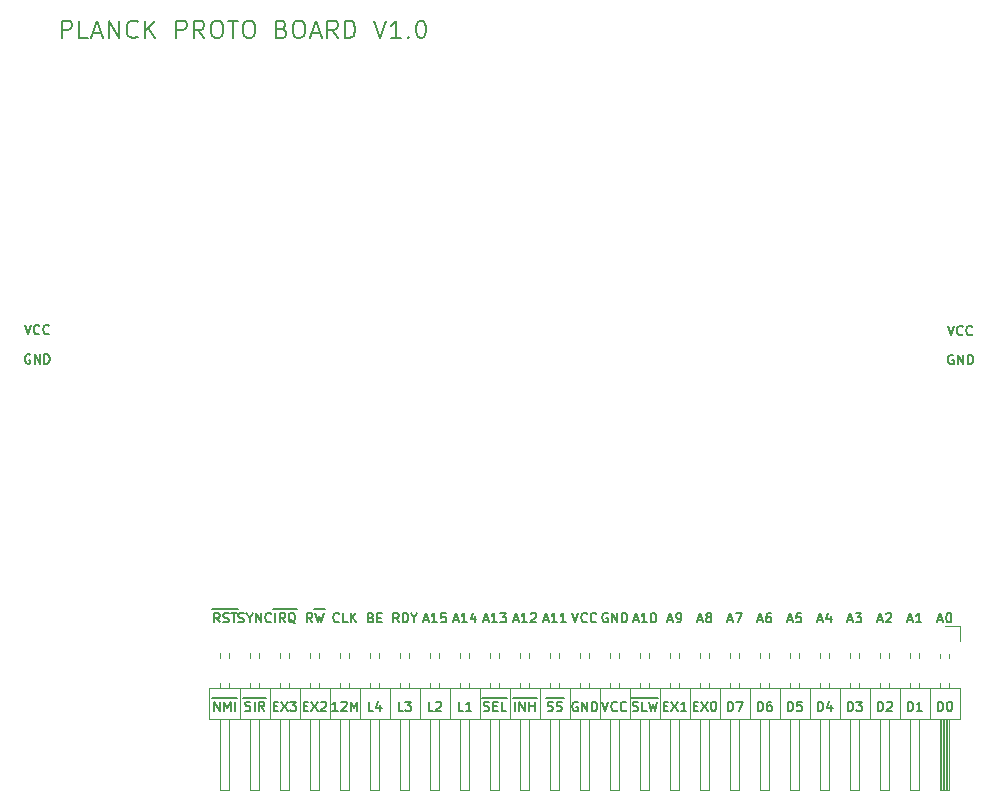
<source format=gbr>
%TF.GenerationSoftware,KiCad,Pcbnew,(5.1.6-0-10_14)*%
%TF.CreationDate,2021-01-15T21:24:44+01:00*%
%TF.ProjectId,planck_board,706c616e-636b-45f6-926f-6172642e6b69,rev?*%
%TF.SameCoordinates,Original*%
%TF.FileFunction,Legend,Top*%
%TF.FilePolarity,Positive*%
%FSLAX46Y46*%
G04 Gerber Fmt 4.6, Leading zero omitted, Abs format (unit mm)*
G04 Created by KiCad (PCBNEW (5.1.6-0-10_14)) date 2021-01-15 21:24:44*
%MOMM*%
%LPD*%
G01*
G04 APERTURE LIST*
%ADD10C,0.150000*%
%ADD11C,0.200000*%
%ADD12C,0.120000*%
G04 APERTURE END LIST*
D10*
X787476Y30816500D02*
X711285Y30854595D01*
X597000Y30854595D01*
X482714Y30816500D01*
X406523Y30740309D01*
X368428Y30664119D01*
X330333Y30511738D01*
X330333Y30397452D01*
X368428Y30245071D01*
X406523Y30168880D01*
X482714Y30092690D01*
X597000Y30054595D01*
X673190Y30054595D01*
X787476Y30092690D01*
X825571Y30130785D01*
X825571Y30397452D01*
X673190Y30397452D01*
X1168428Y30054595D02*
X1168428Y30854595D01*
X1625571Y30054595D01*
X1625571Y30854595D01*
X2006523Y30054595D02*
X2006523Y30854595D01*
X2197000Y30854595D01*
X2311285Y30816500D01*
X2387476Y30740309D01*
X2425571Y30664119D01*
X2463666Y30511738D01*
X2463666Y30397452D01*
X2425571Y30245071D01*
X2387476Y30168880D01*
X2311285Y30092690D01*
X2197000Y30054595D01*
X2006523Y30054595D01*
X330333Y33331095D02*
X596999Y32531095D01*
X863666Y33331095D01*
X1587476Y32607285D02*
X1549380Y32569190D01*
X1435095Y32531095D01*
X1358904Y32531095D01*
X1244619Y32569190D01*
X1168428Y32645380D01*
X1130333Y32721571D01*
X1092238Y32873952D01*
X1092238Y32988238D01*
X1130333Y33140619D01*
X1168428Y33216809D01*
X1244619Y33293000D01*
X1358904Y33331095D01*
X1435095Y33331095D01*
X1549380Y33293000D01*
X1587476Y33254904D01*
X2387476Y32607285D02*
X2349380Y32569190D01*
X2235095Y32531095D01*
X2158904Y32531095D01*
X2044619Y32569190D01*
X1968428Y32645380D01*
X1930333Y32721571D01*
X1892238Y32873952D01*
X1892238Y32988238D01*
X1930333Y33140619D01*
X1968428Y33216809D01*
X2044619Y33293000D01*
X2158904Y33331095D01*
X2235095Y33331095D01*
X2349380Y33293000D01*
X2387476Y33254904D01*
X78498833Y33267595D02*
X78765500Y32467595D01*
X79032166Y33267595D01*
X79755976Y32543785D02*
X79717880Y32505690D01*
X79603595Y32467595D01*
X79527404Y32467595D01*
X79413119Y32505690D01*
X79336928Y32581880D01*
X79298833Y32658071D01*
X79260738Y32810452D01*
X79260738Y32924738D01*
X79298833Y33077119D01*
X79336928Y33153309D01*
X79413119Y33229500D01*
X79527404Y33267595D01*
X79603595Y33267595D01*
X79717880Y33229500D01*
X79755976Y33191404D01*
X80555976Y32543785D02*
X80517880Y32505690D01*
X80403595Y32467595D01*
X80327404Y32467595D01*
X80213119Y32505690D01*
X80136928Y32581880D01*
X80098833Y32658071D01*
X80060738Y32810452D01*
X80060738Y32924738D01*
X80098833Y33077119D01*
X80136928Y33153309D01*
X80213119Y33229500D01*
X80327404Y33267595D01*
X80403595Y33267595D01*
X80517880Y33229500D01*
X80555976Y33191404D01*
X78955976Y30753000D02*
X78879785Y30791095D01*
X78765500Y30791095D01*
X78651214Y30753000D01*
X78575023Y30676809D01*
X78536928Y30600619D01*
X78498833Y30448238D01*
X78498833Y30333952D01*
X78536928Y30181571D01*
X78575023Y30105380D01*
X78651214Y30029190D01*
X78765500Y29991095D01*
X78841690Y29991095D01*
X78955976Y30029190D01*
X78994071Y30067285D01*
X78994071Y30333952D01*
X78841690Y30333952D01*
X79336928Y29991095D02*
X79336928Y30791095D01*
X79794071Y29991095D01*
X79794071Y30791095D01*
X80175023Y29991095D02*
X80175023Y30791095D01*
X80365500Y30791095D01*
X80479785Y30753000D01*
X80555976Y30676809D01*
X80594071Y30600619D01*
X80632166Y30448238D01*
X80632166Y30333952D01*
X80594071Y30181571D01*
X80555976Y30105380D01*
X80479785Y30029190D01*
X80365500Y29991095D01*
X80175023Y29991095D01*
X77660571Y8375666D02*
X78041523Y8375666D01*
X77584380Y8147095D02*
X77851047Y8947095D01*
X78117714Y8147095D01*
X78536761Y8947095D02*
X78612952Y8947095D01*
X78689142Y8909000D01*
X78727238Y8870904D01*
X78765333Y8794714D01*
X78803428Y8642333D01*
X78803428Y8451857D01*
X78765333Y8299476D01*
X78727238Y8223285D01*
X78689142Y8185190D01*
X78612952Y8147095D01*
X78536761Y8147095D01*
X78460571Y8185190D01*
X78422476Y8223285D01*
X78384380Y8299476D01*
X78346285Y8451857D01*
X78346285Y8642333D01*
X78384380Y8794714D01*
X78422476Y8870904D01*
X78460571Y8909000D01*
X78536761Y8947095D01*
X75120571Y8375666D02*
X75501523Y8375666D01*
X75044380Y8147095D02*
X75311047Y8947095D01*
X75577714Y8147095D01*
X76263428Y8147095D02*
X75806285Y8147095D01*
X76034857Y8147095D02*
X76034857Y8947095D01*
X75958666Y8832809D01*
X75882476Y8756619D01*
X75806285Y8718523D01*
X72580571Y8375666D02*
X72961523Y8375666D01*
X72504380Y8147095D02*
X72771047Y8947095D01*
X73037714Y8147095D01*
X73266285Y8870904D02*
X73304380Y8909000D01*
X73380571Y8947095D01*
X73571047Y8947095D01*
X73647238Y8909000D01*
X73685333Y8870904D01*
X73723428Y8794714D01*
X73723428Y8718523D01*
X73685333Y8604238D01*
X73228190Y8147095D01*
X73723428Y8147095D01*
X70040571Y8375666D02*
X70421523Y8375666D01*
X69964380Y8147095D02*
X70231047Y8947095D01*
X70497714Y8147095D01*
X70688190Y8947095D02*
X71183428Y8947095D01*
X70916761Y8642333D01*
X71031047Y8642333D01*
X71107238Y8604238D01*
X71145333Y8566142D01*
X71183428Y8489952D01*
X71183428Y8299476D01*
X71145333Y8223285D01*
X71107238Y8185190D01*
X71031047Y8147095D01*
X70802476Y8147095D01*
X70726285Y8185190D01*
X70688190Y8223285D01*
X67500571Y8375666D02*
X67881523Y8375666D01*
X67424380Y8147095D02*
X67691047Y8947095D01*
X67957714Y8147095D01*
X68567238Y8680428D02*
X68567238Y8147095D01*
X68376761Y8985190D02*
X68186285Y8413761D01*
X68681523Y8413761D01*
X64960571Y8375666D02*
X65341523Y8375666D01*
X64884380Y8147095D02*
X65151047Y8947095D01*
X65417714Y8147095D01*
X66065333Y8947095D02*
X65684380Y8947095D01*
X65646285Y8566142D01*
X65684380Y8604238D01*
X65760571Y8642333D01*
X65951047Y8642333D01*
X66027238Y8604238D01*
X66065333Y8566142D01*
X66103428Y8489952D01*
X66103428Y8299476D01*
X66065333Y8223285D01*
X66027238Y8185190D01*
X65951047Y8147095D01*
X65760571Y8147095D01*
X65684380Y8185190D01*
X65646285Y8223285D01*
X62420571Y8375666D02*
X62801523Y8375666D01*
X62344380Y8147095D02*
X62611047Y8947095D01*
X62877714Y8147095D01*
X63487238Y8947095D02*
X63334857Y8947095D01*
X63258666Y8909000D01*
X63220571Y8870904D01*
X63144380Y8756619D01*
X63106285Y8604238D01*
X63106285Y8299476D01*
X63144380Y8223285D01*
X63182476Y8185190D01*
X63258666Y8147095D01*
X63411047Y8147095D01*
X63487238Y8185190D01*
X63525333Y8223285D01*
X63563428Y8299476D01*
X63563428Y8489952D01*
X63525333Y8566142D01*
X63487238Y8604238D01*
X63411047Y8642333D01*
X63258666Y8642333D01*
X63182476Y8604238D01*
X63144380Y8566142D01*
X63106285Y8489952D01*
X59880571Y8375666D02*
X60261523Y8375666D01*
X59804380Y8147095D02*
X60071047Y8947095D01*
X60337714Y8147095D01*
X60528190Y8947095D02*
X61061523Y8947095D01*
X60718666Y8147095D01*
X57340571Y8375666D02*
X57721523Y8375666D01*
X57264380Y8147095D02*
X57531047Y8947095D01*
X57797714Y8147095D01*
X58178666Y8604238D02*
X58102476Y8642333D01*
X58064380Y8680428D01*
X58026285Y8756619D01*
X58026285Y8794714D01*
X58064380Y8870904D01*
X58102476Y8909000D01*
X58178666Y8947095D01*
X58331047Y8947095D01*
X58407238Y8909000D01*
X58445333Y8870904D01*
X58483428Y8794714D01*
X58483428Y8756619D01*
X58445333Y8680428D01*
X58407238Y8642333D01*
X58331047Y8604238D01*
X58178666Y8604238D01*
X58102476Y8566142D01*
X58064380Y8528047D01*
X58026285Y8451857D01*
X58026285Y8299476D01*
X58064380Y8223285D01*
X58102476Y8185190D01*
X58178666Y8147095D01*
X58331047Y8147095D01*
X58407238Y8185190D01*
X58445333Y8223285D01*
X58483428Y8299476D01*
X58483428Y8451857D01*
X58445333Y8528047D01*
X58407238Y8566142D01*
X58331047Y8604238D01*
X54800571Y8375666D02*
X55181523Y8375666D01*
X54724380Y8147095D02*
X54991047Y8947095D01*
X55257714Y8147095D01*
X55562476Y8147095D02*
X55714857Y8147095D01*
X55791047Y8185190D01*
X55829142Y8223285D01*
X55905333Y8337571D01*
X55943428Y8489952D01*
X55943428Y8794714D01*
X55905333Y8870904D01*
X55867238Y8909000D01*
X55791047Y8947095D01*
X55638666Y8947095D01*
X55562476Y8909000D01*
X55524380Y8870904D01*
X55486285Y8794714D01*
X55486285Y8604238D01*
X55524380Y8528047D01*
X55562476Y8489952D01*
X55638666Y8451857D01*
X55791047Y8451857D01*
X55867238Y8489952D01*
X55905333Y8528047D01*
X55943428Y8604238D01*
X51879619Y8375666D02*
X52260571Y8375666D01*
X51803428Y8147095D02*
X52070095Y8947095D01*
X52336761Y8147095D01*
X53022476Y8147095D02*
X52565333Y8147095D01*
X52793904Y8147095D02*
X52793904Y8947095D01*
X52717714Y8832809D01*
X52641523Y8756619D01*
X52565333Y8718523D01*
X53517714Y8947095D02*
X53593904Y8947095D01*
X53670095Y8909000D01*
X53708190Y8870904D01*
X53746285Y8794714D01*
X53784380Y8642333D01*
X53784380Y8451857D01*
X53746285Y8299476D01*
X53708190Y8223285D01*
X53670095Y8185190D01*
X53593904Y8147095D01*
X53517714Y8147095D01*
X53441523Y8185190D01*
X53403428Y8223285D01*
X53365333Y8299476D01*
X53327238Y8451857D01*
X53327238Y8642333D01*
X53365333Y8794714D01*
X53403428Y8870904D01*
X53441523Y8909000D01*
X53517714Y8947095D01*
X49682476Y8909000D02*
X49606285Y8947095D01*
X49492000Y8947095D01*
X49377714Y8909000D01*
X49301523Y8832809D01*
X49263428Y8756619D01*
X49225333Y8604238D01*
X49225333Y8489952D01*
X49263428Y8337571D01*
X49301523Y8261380D01*
X49377714Y8185190D01*
X49492000Y8147095D01*
X49568190Y8147095D01*
X49682476Y8185190D01*
X49720571Y8223285D01*
X49720571Y8489952D01*
X49568190Y8489952D01*
X50063428Y8147095D02*
X50063428Y8947095D01*
X50520571Y8147095D01*
X50520571Y8947095D01*
X50901523Y8147095D02*
X50901523Y8947095D01*
X51092000Y8947095D01*
X51206285Y8909000D01*
X51282476Y8832809D01*
X51320571Y8756619D01*
X51358666Y8604238D01*
X51358666Y8489952D01*
X51320571Y8337571D01*
X51282476Y8261380D01*
X51206285Y8185190D01*
X51092000Y8147095D01*
X50901523Y8147095D01*
X46685333Y8947095D02*
X46952000Y8147095D01*
X47218666Y8947095D01*
X47942476Y8223285D02*
X47904380Y8185190D01*
X47790095Y8147095D01*
X47713904Y8147095D01*
X47599619Y8185190D01*
X47523428Y8261380D01*
X47485333Y8337571D01*
X47447238Y8489952D01*
X47447238Y8604238D01*
X47485333Y8756619D01*
X47523428Y8832809D01*
X47599619Y8909000D01*
X47713904Y8947095D01*
X47790095Y8947095D01*
X47904380Y8909000D01*
X47942476Y8870904D01*
X48742476Y8223285D02*
X48704380Y8185190D01*
X48590095Y8147095D01*
X48513904Y8147095D01*
X48399619Y8185190D01*
X48323428Y8261380D01*
X48285333Y8337571D01*
X48247238Y8489952D01*
X48247238Y8604238D01*
X48285333Y8756619D01*
X48323428Y8832809D01*
X48399619Y8909000D01*
X48513904Y8947095D01*
X48590095Y8947095D01*
X48704380Y8909000D01*
X48742476Y8870904D01*
X44259619Y8375666D02*
X44640571Y8375666D01*
X44183428Y8147095D02*
X44450095Y8947095D01*
X44716761Y8147095D01*
X45402476Y8147095D02*
X44945333Y8147095D01*
X45173904Y8147095D02*
X45173904Y8947095D01*
X45097714Y8832809D01*
X45021523Y8756619D01*
X44945333Y8718523D01*
X46164380Y8147095D02*
X45707238Y8147095D01*
X45935809Y8147095D02*
X45935809Y8947095D01*
X45859619Y8832809D01*
X45783428Y8756619D01*
X45707238Y8718523D01*
X41719619Y8375666D02*
X42100571Y8375666D01*
X41643428Y8147095D02*
X41910095Y8947095D01*
X42176761Y8147095D01*
X42862476Y8147095D02*
X42405333Y8147095D01*
X42633904Y8147095D02*
X42633904Y8947095D01*
X42557714Y8832809D01*
X42481523Y8756619D01*
X42405333Y8718523D01*
X43167238Y8870904D02*
X43205333Y8909000D01*
X43281523Y8947095D01*
X43472000Y8947095D01*
X43548190Y8909000D01*
X43586285Y8870904D01*
X43624380Y8794714D01*
X43624380Y8718523D01*
X43586285Y8604238D01*
X43129142Y8147095D01*
X43624380Y8147095D01*
X39179619Y8375666D02*
X39560571Y8375666D01*
X39103428Y8147095D02*
X39370095Y8947095D01*
X39636761Y8147095D01*
X40322476Y8147095D02*
X39865333Y8147095D01*
X40093904Y8147095D02*
X40093904Y8947095D01*
X40017714Y8832809D01*
X39941523Y8756619D01*
X39865333Y8718523D01*
X40589142Y8947095D02*
X41084380Y8947095D01*
X40817714Y8642333D01*
X40932000Y8642333D01*
X41008190Y8604238D01*
X41046285Y8566142D01*
X41084380Y8489952D01*
X41084380Y8299476D01*
X41046285Y8223285D01*
X41008190Y8185190D01*
X40932000Y8147095D01*
X40703428Y8147095D01*
X40627238Y8185190D01*
X40589142Y8223285D01*
X36639619Y8375666D02*
X37020571Y8375666D01*
X36563428Y8147095D02*
X36830095Y8947095D01*
X37096761Y8147095D01*
X37782476Y8147095D02*
X37325333Y8147095D01*
X37553904Y8147095D02*
X37553904Y8947095D01*
X37477714Y8832809D01*
X37401523Y8756619D01*
X37325333Y8718523D01*
X38468190Y8680428D02*
X38468190Y8147095D01*
X38277714Y8985190D02*
X38087238Y8413761D01*
X38582476Y8413761D01*
X34099619Y8375666D02*
X34480571Y8375666D01*
X34023428Y8147095D02*
X34290095Y8947095D01*
X34556761Y8147095D01*
X35242476Y8147095D02*
X34785333Y8147095D01*
X35013904Y8147095D02*
X35013904Y8947095D01*
X34937714Y8832809D01*
X34861523Y8756619D01*
X34785333Y8718523D01*
X35966285Y8947095D02*
X35585333Y8947095D01*
X35547238Y8566142D01*
X35585333Y8604238D01*
X35661523Y8642333D01*
X35852000Y8642333D01*
X35928190Y8604238D01*
X35966285Y8566142D01*
X36004380Y8489952D01*
X36004380Y8299476D01*
X35966285Y8223285D01*
X35928190Y8185190D01*
X35852000Y8147095D01*
X35661523Y8147095D01*
X35585333Y8185190D01*
X35547238Y8223285D01*
X32016761Y8147095D02*
X31750095Y8528047D01*
X31559619Y8147095D02*
X31559619Y8947095D01*
X31864380Y8947095D01*
X31940571Y8909000D01*
X31978666Y8870904D01*
X32016761Y8794714D01*
X32016761Y8680428D01*
X31978666Y8604238D01*
X31940571Y8566142D01*
X31864380Y8528047D01*
X31559619Y8528047D01*
X32359619Y8147095D02*
X32359619Y8947095D01*
X32550095Y8947095D01*
X32664380Y8909000D01*
X32740571Y8832809D01*
X32778666Y8756619D01*
X32816761Y8604238D01*
X32816761Y8489952D01*
X32778666Y8337571D01*
X32740571Y8261380D01*
X32664380Y8185190D01*
X32550095Y8147095D01*
X32359619Y8147095D01*
X33312000Y8528047D02*
X33312000Y8147095D01*
X33045333Y8947095D02*
X33312000Y8528047D01*
X33578666Y8947095D01*
X29667238Y8566142D02*
X29781523Y8528047D01*
X29819619Y8489952D01*
X29857714Y8413761D01*
X29857714Y8299476D01*
X29819619Y8223285D01*
X29781523Y8185190D01*
X29705333Y8147095D01*
X29400571Y8147095D01*
X29400571Y8947095D01*
X29667238Y8947095D01*
X29743428Y8909000D01*
X29781523Y8870904D01*
X29819619Y8794714D01*
X29819619Y8718523D01*
X29781523Y8642333D01*
X29743428Y8604238D01*
X29667238Y8566142D01*
X29400571Y8566142D01*
X30200571Y8566142D02*
X30467238Y8566142D01*
X30581523Y8147095D02*
X30200571Y8147095D01*
X30200571Y8947095D01*
X30581523Y8947095D01*
X26955809Y8223285D02*
X26917714Y8185190D01*
X26803428Y8147095D01*
X26727238Y8147095D01*
X26612952Y8185190D01*
X26536761Y8261380D01*
X26498666Y8337571D01*
X26460571Y8489952D01*
X26460571Y8604238D01*
X26498666Y8756619D01*
X26536761Y8832809D01*
X26612952Y8909000D01*
X26727238Y8947095D01*
X26803428Y8947095D01*
X26917714Y8909000D01*
X26955809Y8870904D01*
X27679619Y8147095D02*
X27298666Y8147095D01*
X27298666Y8947095D01*
X27946285Y8147095D02*
X27946285Y8947095D01*
X28403428Y8147095D02*
X28060571Y8604238D01*
X28403428Y8947095D02*
X27946285Y8489952D01*
X24682476Y8147095D02*
X24415809Y8528047D01*
X24225333Y8147095D02*
X24225333Y8947095D01*
X24530095Y8947095D01*
X24606285Y8909000D01*
X24644380Y8870904D01*
X24682476Y8794714D01*
X24682476Y8680428D01*
X24644380Y8604238D01*
X24606285Y8566142D01*
X24530095Y8528047D01*
X24225333Y8528047D01*
X24834857Y9280000D02*
X25749142Y9280000D01*
X24949142Y8947095D02*
X25139619Y8147095D01*
X25292000Y8718523D01*
X25444380Y8147095D01*
X25634857Y8947095D01*
X21342476Y9280000D02*
X21723428Y9280000D01*
X21532952Y8147095D02*
X21532952Y8947095D01*
X21723428Y9280000D02*
X22523428Y9280000D01*
X22371047Y8147095D02*
X22104380Y8528047D01*
X21913904Y8147095D02*
X21913904Y8947095D01*
X22218666Y8947095D01*
X22294857Y8909000D01*
X22332952Y8870904D01*
X22371047Y8794714D01*
X22371047Y8680428D01*
X22332952Y8604238D01*
X22294857Y8566142D01*
X22218666Y8528047D01*
X21913904Y8528047D01*
X22523428Y9280000D02*
X23361523Y9280000D01*
X23247238Y8070904D02*
X23171047Y8109000D01*
X23094857Y8185190D01*
X22980571Y8299476D01*
X22904380Y8337571D01*
X22828190Y8337571D01*
X22866285Y8147095D02*
X22790095Y8185190D01*
X22713904Y8261380D01*
X22675809Y8413761D01*
X22675809Y8680428D01*
X22713904Y8832809D01*
X22790095Y8909000D01*
X22866285Y8947095D01*
X23018666Y8947095D01*
X23094857Y8909000D01*
X23171047Y8832809D01*
X23209142Y8680428D01*
X23209142Y8413761D01*
X23171047Y8261380D01*
X23094857Y8185190D01*
X23018666Y8147095D01*
X22866285Y8147095D01*
X18421523Y8185190D02*
X18535809Y8147095D01*
X18726285Y8147095D01*
X18802476Y8185190D01*
X18840571Y8223285D01*
X18878666Y8299476D01*
X18878666Y8375666D01*
X18840571Y8451857D01*
X18802476Y8489952D01*
X18726285Y8528047D01*
X18573904Y8566142D01*
X18497714Y8604238D01*
X18459619Y8642333D01*
X18421523Y8718523D01*
X18421523Y8794714D01*
X18459619Y8870904D01*
X18497714Y8909000D01*
X18573904Y8947095D01*
X18764380Y8947095D01*
X18878666Y8909000D01*
X19373904Y8528047D02*
X19373904Y8147095D01*
X19107238Y8947095D02*
X19373904Y8528047D01*
X19640571Y8947095D01*
X19907238Y8147095D02*
X19907238Y8947095D01*
X20364380Y8147095D01*
X20364380Y8947095D01*
X21202476Y8223285D02*
X21164380Y8185190D01*
X21050095Y8147095D01*
X20973904Y8147095D01*
X20859619Y8185190D01*
X20783428Y8261380D01*
X20745333Y8337571D01*
X20707238Y8489952D01*
X20707238Y8604238D01*
X20745333Y8756619D01*
X20783428Y8832809D01*
X20859619Y8909000D01*
X20973904Y8947095D01*
X21050095Y8947095D01*
X21164380Y8909000D01*
X21202476Y8870904D01*
X16186285Y9280000D02*
X16986285Y9280000D01*
X16833904Y8147095D02*
X16567238Y8528047D01*
X16376761Y8147095D02*
X16376761Y8947095D01*
X16681523Y8947095D01*
X16757714Y8909000D01*
X16795809Y8870904D01*
X16833904Y8794714D01*
X16833904Y8680428D01*
X16795809Y8604238D01*
X16757714Y8566142D01*
X16681523Y8528047D01*
X16376761Y8528047D01*
X16986285Y9280000D02*
X17748190Y9280000D01*
X17138666Y8185190D02*
X17252952Y8147095D01*
X17443428Y8147095D01*
X17519619Y8185190D01*
X17557714Y8223285D01*
X17595809Y8299476D01*
X17595809Y8375666D01*
X17557714Y8451857D01*
X17519619Y8489952D01*
X17443428Y8528047D01*
X17291047Y8566142D01*
X17214857Y8604238D01*
X17176761Y8642333D01*
X17138666Y8718523D01*
X17138666Y8794714D01*
X17176761Y8870904D01*
X17214857Y8909000D01*
X17291047Y8947095D01*
X17481523Y8947095D01*
X17595809Y8909000D01*
X17748190Y9280000D02*
X18357714Y9280000D01*
X17824380Y8947095D02*
X18281523Y8947095D01*
X18052952Y8147095D02*
X18052952Y8947095D01*
X77641523Y654095D02*
X77641523Y1454095D01*
X77832000Y1454095D01*
X77946285Y1416000D01*
X78022476Y1339809D01*
X78060571Y1263619D01*
X78098666Y1111238D01*
X78098666Y996952D01*
X78060571Y844571D01*
X78022476Y768380D01*
X77946285Y692190D01*
X77832000Y654095D01*
X77641523Y654095D01*
X78593904Y1454095D02*
X78670095Y1454095D01*
X78746285Y1416000D01*
X78784380Y1377904D01*
X78822476Y1301714D01*
X78860571Y1149333D01*
X78860571Y958857D01*
X78822476Y806476D01*
X78784380Y730285D01*
X78746285Y692190D01*
X78670095Y654095D01*
X78593904Y654095D01*
X78517714Y692190D01*
X78479619Y730285D01*
X78441523Y806476D01*
X78403428Y958857D01*
X78403428Y1149333D01*
X78441523Y1301714D01*
X78479619Y1377904D01*
X78517714Y1416000D01*
X78593904Y1454095D01*
X75101523Y654095D02*
X75101523Y1454095D01*
X75292000Y1454095D01*
X75406285Y1416000D01*
X75482476Y1339809D01*
X75520571Y1263619D01*
X75558666Y1111238D01*
X75558666Y996952D01*
X75520571Y844571D01*
X75482476Y768380D01*
X75406285Y692190D01*
X75292000Y654095D01*
X75101523Y654095D01*
X76320571Y654095D02*
X75863428Y654095D01*
X76092000Y654095D02*
X76092000Y1454095D01*
X76015809Y1339809D01*
X75939619Y1263619D01*
X75863428Y1225523D01*
X72561523Y654095D02*
X72561523Y1454095D01*
X72752000Y1454095D01*
X72866285Y1416000D01*
X72942476Y1339809D01*
X72980571Y1263619D01*
X73018666Y1111238D01*
X73018666Y996952D01*
X72980571Y844571D01*
X72942476Y768380D01*
X72866285Y692190D01*
X72752000Y654095D01*
X72561523Y654095D01*
X73323428Y1377904D02*
X73361523Y1416000D01*
X73437714Y1454095D01*
X73628190Y1454095D01*
X73704380Y1416000D01*
X73742476Y1377904D01*
X73780571Y1301714D01*
X73780571Y1225523D01*
X73742476Y1111238D01*
X73285333Y654095D01*
X73780571Y654095D01*
X70021523Y654095D02*
X70021523Y1454095D01*
X70212000Y1454095D01*
X70326285Y1416000D01*
X70402476Y1339809D01*
X70440571Y1263619D01*
X70478666Y1111238D01*
X70478666Y996952D01*
X70440571Y844571D01*
X70402476Y768380D01*
X70326285Y692190D01*
X70212000Y654095D01*
X70021523Y654095D01*
X70745333Y1454095D02*
X71240571Y1454095D01*
X70973904Y1149333D01*
X71088190Y1149333D01*
X71164380Y1111238D01*
X71202476Y1073142D01*
X71240571Y996952D01*
X71240571Y806476D01*
X71202476Y730285D01*
X71164380Y692190D01*
X71088190Y654095D01*
X70859619Y654095D01*
X70783428Y692190D01*
X70745333Y730285D01*
X67481523Y654095D02*
X67481523Y1454095D01*
X67672000Y1454095D01*
X67786285Y1416000D01*
X67862476Y1339809D01*
X67900571Y1263619D01*
X67938666Y1111238D01*
X67938666Y996952D01*
X67900571Y844571D01*
X67862476Y768380D01*
X67786285Y692190D01*
X67672000Y654095D01*
X67481523Y654095D01*
X68624380Y1187428D02*
X68624380Y654095D01*
X68433904Y1492190D02*
X68243428Y920761D01*
X68738666Y920761D01*
X64941523Y654095D02*
X64941523Y1454095D01*
X65132000Y1454095D01*
X65246285Y1416000D01*
X65322476Y1339809D01*
X65360571Y1263619D01*
X65398666Y1111238D01*
X65398666Y996952D01*
X65360571Y844571D01*
X65322476Y768380D01*
X65246285Y692190D01*
X65132000Y654095D01*
X64941523Y654095D01*
X66122476Y1454095D02*
X65741523Y1454095D01*
X65703428Y1073142D01*
X65741523Y1111238D01*
X65817714Y1149333D01*
X66008190Y1149333D01*
X66084380Y1111238D01*
X66122476Y1073142D01*
X66160571Y996952D01*
X66160571Y806476D01*
X66122476Y730285D01*
X66084380Y692190D01*
X66008190Y654095D01*
X65817714Y654095D01*
X65741523Y692190D01*
X65703428Y730285D01*
X62401523Y654095D02*
X62401523Y1454095D01*
X62592000Y1454095D01*
X62706285Y1416000D01*
X62782476Y1339809D01*
X62820571Y1263619D01*
X62858666Y1111238D01*
X62858666Y996952D01*
X62820571Y844571D01*
X62782476Y768380D01*
X62706285Y692190D01*
X62592000Y654095D01*
X62401523Y654095D01*
X63544380Y1454095D02*
X63392000Y1454095D01*
X63315809Y1416000D01*
X63277714Y1377904D01*
X63201523Y1263619D01*
X63163428Y1111238D01*
X63163428Y806476D01*
X63201523Y730285D01*
X63239619Y692190D01*
X63315809Y654095D01*
X63468190Y654095D01*
X63544380Y692190D01*
X63582476Y730285D01*
X63620571Y806476D01*
X63620571Y996952D01*
X63582476Y1073142D01*
X63544380Y1111238D01*
X63468190Y1149333D01*
X63315809Y1149333D01*
X63239619Y1111238D01*
X63201523Y1073142D01*
X63163428Y996952D01*
X59861523Y654095D02*
X59861523Y1454095D01*
X60052000Y1454095D01*
X60166285Y1416000D01*
X60242476Y1339809D01*
X60280571Y1263619D01*
X60318666Y1111238D01*
X60318666Y996952D01*
X60280571Y844571D01*
X60242476Y768380D01*
X60166285Y692190D01*
X60052000Y654095D01*
X59861523Y654095D01*
X60585333Y1454095D02*
X61118666Y1454095D01*
X60775809Y654095D01*
X56978666Y1073142D02*
X57245333Y1073142D01*
X57359619Y654095D02*
X56978666Y654095D01*
X56978666Y1454095D01*
X57359619Y1454095D01*
X57626285Y1454095D02*
X58159619Y654095D01*
X58159619Y1454095D02*
X57626285Y654095D01*
X58616761Y1454095D02*
X58692952Y1454095D01*
X58769142Y1416000D01*
X58807238Y1377904D01*
X58845333Y1301714D01*
X58883428Y1149333D01*
X58883428Y958857D01*
X58845333Y806476D01*
X58807238Y730285D01*
X58769142Y692190D01*
X58692952Y654095D01*
X58616761Y654095D01*
X58540571Y692190D01*
X58502476Y730285D01*
X58464380Y806476D01*
X58426285Y958857D01*
X58426285Y1149333D01*
X58464380Y1301714D01*
X58502476Y1377904D01*
X58540571Y1416000D01*
X58616761Y1454095D01*
X54438666Y1073142D02*
X54705333Y1073142D01*
X54819619Y654095D02*
X54438666Y654095D01*
X54438666Y1454095D01*
X54819619Y1454095D01*
X55086285Y1454095D02*
X55619619Y654095D01*
X55619619Y1454095D02*
X55086285Y654095D01*
X56343428Y654095D02*
X55886285Y654095D01*
X56114857Y654095D02*
X56114857Y1454095D01*
X56038666Y1339809D01*
X55962476Y1263619D01*
X55886285Y1225523D01*
X51670095Y1787000D02*
X52432000Y1787000D01*
X51822476Y692190D02*
X51936761Y654095D01*
X52127238Y654095D01*
X52203428Y692190D01*
X52241523Y730285D01*
X52279619Y806476D01*
X52279619Y882666D01*
X52241523Y958857D01*
X52203428Y996952D01*
X52127238Y1035047D01*
X51974857Y1073142D01*
X51898666Y1111238D01*
X51860571Y1149333D01*
X51822476Y1225523D01*
X51822476Y1301714D01*
X51860571Y1377904D01*
X51898666Y1416000D01*
X51974857Y1454095D01*
X52165333Y1454095D01*
X52279619Y1416000D01*
X52432000Y1787000D02*
X53079619Y1787000D01*
X53003428Y654095D02*
X52622476Y654095D01*
X52622476Y1454095D01*
X53079619Y1787000D02*
X53993904Y1787000D01*
X53193904Y1454095D02*
X53384380Y654095D01*
X53536761Y1225523D01*
X53689142Y654095D01*
X53879619Y1454095D01*
X49225333Y1454095D02*
X49492000Y654095D01*
X49758666Y1454095D01*
X50482476Y730285D02*
X50444380Y692190D01*
X50330095Y654095D01*
X50253904Y654095D01*
X50139619Y692190D01*
X50063428Y768380D01*
X50025333Y844571D01*
X49987238Y996952D01*
X49987238Y1111238D01*
X50025333Y1263619D01*
X50063428Y1339809D01*
X50139619Y1416000D01*
X50253904Y1454095D01*
X50330095Y1454095D01*
X50444380Y1416000D01*
X50482476Y1377904D01*
X51282476Y730285D02*
X51244380Y692190D01*
X51130095Y654095D01*
X51053904Y654095D01*
X50939619Y692190D01*
X50863428Y768380D01*
X50825333Y844571D01*
X50787238Y996952D01*
X50787238Y1111238D01*
X50825333Y1263619D01*
X50863428Y1339809D01*
X50939619Y1416000D01*
X51053904Y1454095D01*
X51130095Y1454095D01*
X51244380Y1416000D01*
X51282476Y1377904D01*
X47142476Y1416000D02*
X47066285Y1454095D01*
X46952000Y1454095D01*
X46837714Y1416000D01*
X46761523Y1339809D01*
X46723428Y1263619D01*
X46685333Y1111238D01*
X46685333Y996952D01*
X46723428Y844571D01*
X46761523Y768380D01*
X46837714Y692190D01*
X46952000Y654095D01*
X47028190Y654095D01*
X47142476Y692190D01*
X47180571Y730285D01*
X47180571Y996952D01*
X47028190Y996952D01*
X47523428Y654095D02*
X47523428Y1454095D01*
X47980571Y654095D01*
X47980571Y1454095D01*
X48361523Y654095D02*
X48361523Y1454095D01*
X48552000Y1454095D01*
X48666285Y1416000D01*
X48742476Y1339809D01*
X48780571Y1263619D01*
X48818666Y1111238D01*
X48818666Y996952D01*
X48780571Y844571D01*
X48742476Y768380D01*
X48666285Y692190D01*
X48552000Y654095D01*
X48361523Y654095D01*
X44450095Y1787000D02*
X45212000Y1787000D01*
X44602476Y692190D02*
X44716761Y654095D01*
X44907238Y654095D01*
X44983428Y692190D01*
X45021523Y730285D01*
X45059619Y806476D01*
X45059619Y882666D01*
X45021523Y958857D01*
X44983428Y996952D01*
X44907238Y1035047D01*
X44754857Y1073142D01*
X44678666Y1111238D01*
X44640571Y1149333D01*
X44602476Y1225523D01*
X44602476Y1301714D01*
X44640571Y1377904D01*
X44678666Y1416000D01*
X44754857Y1454095D01*
X44945333Y1454095D01*
X45059619Y1416000D01*
X45212000Y1787000D02*
X45973904Y1787000D01*
X45364380Y692190D02*
X45478666Y654095D01*
X45669142Y654095D01*
X45745333Y692190D01*
X45783428Y730285D01*
X45821523Y806476D01*
X45821523Y882666D01*
X45783428Y958857D01*
X45745333Y996952D01*
X45669142Y1035047D01*
X45516761Y1073142D01*
X45440571Y1111238D01*
X45402476Y1149333D01*
X45364380Y1225523D01*
X45364380Y1301714D01*
X45402476Y1377904D01*
X45440571Y1416000D01*
X45516761Y1454095D01*
X45707238Y1454095D01*
X45821523Y1416000D01*
X41643428Y1787000D02*
X42024380Y1787000D01*
X41833904Y654095D02*
X41833904Y1454095D01*
X42024380Y1787000D02*
X42862476Y1787000D01*
X42214857Y654095D02*
X42214857Y1454095D01*
X42672000Y654095D01*
X42672000Y1454095D01*
X42862476Y1787000D02*
X43700571Y1787000D01*
X43052952Y654095D02*
X43052952Y1454095D01*
X43052952Y1073142D02*
X43510095Y1073142D01*
X43510095Y654095D02*
X43510095Y1454095D01*
X39065333Y1787000D02*
X39827238Y1787000D01*
X39217714Y692190D02*
X39332000Y654095D01*
X39522476Y654095D01*
X39598666Y692190D01*
X39636761Y730285D01*
X39674857Y806476D01*
X39674857Y882666D01*
X39636761Y958857D01*
X39598666Y996952D01*
X39522476Y1035047D01*
X39370095Y1073142D01*
X39293904Y1111238D01*
X39255809Y1149333D01*
X39217714Y1225523D01*
X39217714Y1301714D01*
X39255809Y1377904D01*
X39293904Y1416000D01*
X39370095Y1454095D01*
X39560571Y1454095D01*
X39674857Y1416000D01*
X39827238Y1787000D02*
X40551047Y1787000D01*
X40017714Y1073142D02*
X40284380Y1073142D01*
X40398666Y654095D02*
X40017714Y654095D01*
X40017714Y1454095D01*
X40398666Y1454095D01*
X40551047Y1787000D02*
X41198666Y1787000D01*
X41122476Y654095D02*
X40741523Y654095D01*
X40741523Y1454095D01*
X37458666Y654095D02*
X37077714Y654095D01*
X37077714Y1454095D01*
X38144380Y654095D02*
X37687238Y654095D01*
X37915809Y654095D02*
X37915809Y1454095D01*
X37839619Y1339809D01*
X37763428Y1263619D01*
X37687238Y1225523D01*
X34918666Y654095D02*
X34537714Y654095D01*
X34537714Y1454095D01*
X35147238Y1377904D02*
X35185333Y1416000D01*
X35261523Y1454095D01*
X35452000Y1454095D01*
X35528190Y1416000D01*
X35566285Y1377904D01*
X35604380Y1301714D01*
X35604380Y1225523D01*
X35566285Y1111238D01*
X35109142Y654095D01*
X35604380Y654095D01*
X32378666Y654095D02*
X31997714Y654095D01*
X31997714Y1454095D01*
X32569142Y1454095D02*
X33064380Y1454095D01*
X32797714Y1149333D01*
X32912000Y1149333D01*
X32988190Y1111238D01*
X33026285Y1073142D01*
X33064380Y996952D01*
X33064380Y806476D01*
X33026285Y730285D01*
X32988190Y692190D01*
X32912000Y654095D01*
X32683428Y654095D01*
X32607238Y692190D01*
X32569142Y730285D01*
X29838666Y654095D02*
X29457714Y654095D01*
X29457714Y1454095D01*
X30448190Y1187428D02*
X30448190Y654095D01*
X30257714Y1492190D02*
X30067238Y920761D01*
X30562476Y920761D01*
X26822476Y654095D02*
X26365333Y654095D01*
X26593904Y654095D02*
X26593904Y1454095D01*
X26517714Y1339809D01*
X26441523Y1263619D01*
X26365333Y1225523D01*
X27127238Y1377904D02*
X27165333Y1416000D01*
X27241523Y1454095D01*
X27432000Y1454095D01*
X27508190Y1416000D01*
X27546285Y1377904D01*
X27584380Y1301714D01*
X27584380Y1225523D01*
X27546285Y1111238D01*
X27089142Y654095D01*
X27584380Y654095D01*
X27927238Y654095D02*
X27927238Y1454095D01*
X28193904Y882666D01*
X28460571Y1454095D01*
X28460571Y654095D01*
X23958666Y1073142D02*
X24225333Y1073142D01*
X24339619Y654095D02*
X23958666Y654095D01*
X23958666Y1454095D01*
X24339619Y1454095D01*
X24606285Y1454095D02*
X25139619Y654095D01*
X25139619Y1454095D02*
X24606285Y654095D01*
X25406285Y1377904D02*
X25444380Y1416000D01*
X25520571Y1454095D01*
X25711047Y1454095D01*
X25787238Y1416000D01*
X25825333Y1377904D01*
X25863428Y1301714D01*
X25863428Y1225523D01*
X25825333Y1111238D01*
X25368190Y654095D01*
X25863428Y654095D01*
X21418666Y1073142D02*
X21685333Y1073142D01*
X21799619Y654095D02*
X21418666Y654095D01*
X21418666Y1454095D01*
X21799619Y1454095D01*
X22066285Y1454095D02*
X22599619Y654095D01*
X22599619Y1454095D02*
X22066285Y654095D01*
X22828190Y1454095D02*
X23323428Y1454095D01*
X23056761Y1149333D01*
X23171047Y1149333D01*
X23247238Y1111238D01*
X23285333Y1073142D01*
X23323428Y996952D01*
X23323428Y806476D01*
X23285333Y730285D01*
X23247238Y692190D01*
X23171047Y654095D01*
X22942476Y654095D01*
X22866285Y692190D01*
X22828190Y730285D01*
X18840571Y1787000D02*
X19602476Y1787000D01*
X18992952Y692190D02*
X19107238Y654095D01*
X19297714Y654095D01*
X19373904Y692190D01*
X19412000Y730285D01*
X19450095Y806476D01*
X19450095Y882666D01*
X19412000Y958857D01*
X19373904Y996952D01*
X19297714Y1035047D01*
X19145333Y1073142D01*
X19069142Y1111238D01*
X19031047Y1149333D01*
X18992952Y1225523D01*
X18992952Y1301714D01*
X19031047Y1377904D01*
X19069142Y1416000D01*
X19145333Y1454095D01*
X19335809Y1454095D01*
X19450095Y1416000D01*
X19602476Y1787000D02*
X19983428Y1787000D01*
X19792952Y654095D02*
X19792952Y1454095D01*
X19983428Y1787000D02*
X20783428Y1787000D01*
X20631047Y654095D02*
X20364380Y1035047D01*
X20173904Y654095D02*
X20173904Y1454095D01*
X20478666Y1454095D01*
X20554857Y1416000D01*
X20592952Y1377904D01*
X20631047Y1301714D01*
X20631047Y1187428D01*
X20592952Y1111238D01*
X20554857Y1073142D01*
X20478666Y1035047D01*
X20173904Y1035047D01*
X16205333Y1787000D02*
X17043428Y1787000D01*
X16395809Y654095D02*
X16395809Y1454095D01*
X16852952Y654095D01*
X16852952Y1454095D01*
X17043428Y1787000D02*
X17957714Y1787000D01*
X17233904Y654095D02*
X17233904Y1454095D01*
X17500571Y882666D01*
X17767238Y1454095D01*
X17767238Y654095D01*
X17957714Y1787000D02*
X18338666Y1787000D01*
X18148190Y654095D02*
X18148190Y1454095D01*
D11*
X3466642Y57614428D02*
X3466642Y59114428D01*
X4038071Y59114428D01*
X4180928Y59043000D01*
X4252357Y58971571D01*
X4323785Y58828714D01*
X4323785Y58614428D01*
X4252357Y58471571D01*
X4180928Y58400142D01*
X4038071Y58328714D01*
X3466642Y58328714D01*
X5680928Y57614428D02*
X4966642Y57614428D01*
X4966642Y59114428D01*
X6109500Y58043000D02*
X6823785Y58043000D01*
X5966642Y57614428D02*
X6466642Y59114428D01*
X6966642Y57614428D01*
X7466642Y57614428D02*
X7466642Y59114428D01*
X8323785Y57614428D01*
X8323785Y59114428D01*
X9895214Y57757285D02*
X9823785Y57685857D01*
X9609500Y57614428D01*
X9466642Y57614428D01*
X9252357Y57685857D01*
X9109500Y57828714D01*
X9038071Y57971571D01*
X8966642Y58257285D01*
X8966642Y58471571D01*
X9038071Y58757285D01*
X9109500Y58900142D01*
X9252357Y59043000D01*
X9466642Y59114428D01*
X9609500Y59114428D01*
X9823785Y59043000D01*
X9895214Y58971571D01*
X10538071Y57614428D02*
X10538071Y59114428D01*
X11395214Y57614428D02*
X10752357Y58471571D01*
X11395214Y59114428D02*
X10538071Y58257285D01*
X13180928Y57614428D02*
X13180928Y59114428D01*
X13752357Y59114428D01*
X13895214Y59043000D01*
X13966642Y58971571D01*
X14038071Y58828714D01*
X14038071Y58614428D01*
X13966642Y58471571D01*
X13895214Y58400142D01*
X13752357Y58328714D01*
X13180928Y58328714D01*
X15538071Y57614428D02*
X15038071Y58328714D01*
X14680928Y57614428D02*
X14680928Y59114428D01*
X15252357Y59114428D01*
X15395214Y59043000D01*
X15466642Y58971571D01*
X15538071Y58828714D01*
X15538071Y58614428D01*
X15466642Y58471571D01*
X15395214Y58400142D01*
X15252357Y58328714D01*
X14680928Y58328714D01*
X16466642Y59114428D02*
X16752357Y59114428D01*
X16895214Y59043000D01*
X17038071Y58900142D01*
X17109500Y58614428D01*
X17109500Y58114428D01*
X17038071Y57828714D01*
X16895214Y57685857D01*
X16752357Y57614428D01*
X16466642Y57614428D01*
X16323785Y57685857D01*
X16180928Y57828714D01*
X16109499Y58114428D01*
X16109499Y58614428D01*
X16180928Y58900142D01*
X16323785Y59043000D01*
X16466642Y59114428D01*
X17538071Y59114428D02*
X18395214Y59114428D01*
X17966642Y57614428D02*
X17966642Y59114428D01*
X19180928Y59114428D02*
X19466642Y59114428D01*
X19609499Y59043000D01*
X19752357Y58900142D01*
X19823785Y58614428D01*
X19823785Y58114428D01*
X19752357Y57828714D01*
X19609499Y57685857D01*
X19466642Y57614428D01*
X19180928Y57614428D01*
X19038071Y57685857D01*
X18895214Y57828714D01*
X18823785Y58114428D01*
X18823785Y58614428D01*
X18895214Y58900142D01*
X19038071Y59043000D01*
X19180928Y59114428D01*
X22109499Y58400142D02*
X22323785Y58328714D01*
X22395214Y58257285D01*
X22466642Y58114428D01*
X22466642Y57900142D01*
X22395214Y57757285D01*
X22323785Y57685857D01*
X22180928Y57614428D01*
X21609499Y57614428D01*
X21609499Y59114428D01*
X22109499Y59114428D01*
X22252357Y59043000D01*
X22323785Y58971571D01*
X22395214Y58828714D01*
X22395214Y58685857D01*
X22323785Y58543000D01*
X22252357Y58471571D01*
X22109499Y58400142D01*
X21609499Y58400142D01*
X23395214Y59114428D02*
X23680928Y59114428D01*
X23823785Y59043000D01*
X23966642Y58900142D01*
X24038071Y58614428D01*
X24038071Y58114428D01*
X23966642Y57828714D01*
X23823785Y57685857D01*
X23680928Y57614428D01*
X23395214Y57614428D01*
X23252357Y57685857D01*
X23109499Y57828714D01*
X23038071Y58114428D01*
X23038071Y58614428D01*
X23109499Y58900142D01*
X23252357Y59043000D01*
X23395214Y59114428D01*
X24609499Y58043000D02*
X25323785Y58043000D01*
X24466642Y57614428D02*
X24966642Y59114428D01*
X25466642Y57614428D01*
X26823785Y57614428D02*
X26323785Y58328714D01*
X25966642Y57614428D02*
X25966642Y59114428D01*
X26538071Y59114428D01*
X26680928Y59043000D01*
X26752357Y58971571D01*
X26823785Y58828714D01*
X26823785Y58614428D01*
X26752357Y58471571D01*
X26680928Y58400142D01*
X26538071Y58328714D01*
X25966642Y58328714D01*
X27466642Y57614428D02*
X27466642Y59114428D01*
X27823785Y59114428D01*
X28038071Y59043000D01*
X28180928Y58900142D01*
X28252357Y58757285D01*
X28323785Y58471571D01*
X28323785Y58257285D01*
X28252357Y57971571D01*
X28180928Y57828714D01*
X28038071Y57685857D01*
X27823785Y57614428D01*
X27466642Y57614428D01*
X29895214Y59114428D02*
X30395214Y57614428D01*
X30895214Y59114428D01*
X32180928Y57614428D02*
X31323785Y57614428D01*
X31752357Y57614428D02*
X31752357Y59114428D01*
X31609499Y58900142D01*
X31466642Y58757285D01*
X31323785Y58685857D01*
X32823785Y57757285D02*
X32895214Y57685857D01*
X32823785Y57614428D01*
X32752357Y57685857D01*
X32823785Y57757285D01*
X32823785Y57614428D01*
X33823785Y59114428D02*
X33966642Y59114428D01*
X34109500Y59043000D01*
X34180928Y58971571D01*
X34252357Y58828714D01*
X34323785Y58543000D01*
X34323785Y58185857D01*
X34252357Y57900142D01*
X34180928Y57757285D01*
X34109500Y57685857D01*
X33966642Y57614428D01*
X33823785Y57614428D01*
X33680928Y57685857D01*
X33609500Y57757285D01*
X33538071Y57900142D01*
X33466642Y58185857D01*
X33466642Y58543000D01*
X33538071Y58828714D01*
X33609500Y58971571D01*
X33680928Y59043000D01*
X33823785Y59114428D01*
D12*
%TO.C,J1*%
X79562000Y2624000D02*
X15942000Y2624000D01*
X15942000Y2624000D02*
X15942000Y-36000D01*
X15942000Y-36000D02*
X79562000Y-36000D01*
X79562000Y-36000D02*
X79562000Y2624000D01*
X78612000Y-36000D02*
X78612000Y-6036000D01*
X78612000Y-6036000D02*
X77852000Y-6036000D01*
X77852000Y-6036000D02*
X77852000Y-36000D01*
X78552000Y-36000D02*
X78552000Y-6036000D01*
X78432000Y-36000D02*
X78432000Y-6036000D01*
X78312000Y-36000D02*
X78312000Y-6036000D01*
X78192000Y-36000D02*
X78192000Y-6036000D01*
X78072000Y-36000D02*
X78072000Y-6036000D01*
X77952000Y-36000D02*
X77952000Y-6036000D01*
X78612000Y3021071D02*
X78612000Y2624000D01*
X77852000Y3021071D02*
X77852000Y2624000D01*
X78612000Y5494000D02*
X78612000Y5106929D01*
X77852000Y5494000D02*
X77852000Y5106929D01*
X76962000Y2624000D02*
X76962000Y-36000D01*
X76072000Y-36000D02*
X76072000Y-6036000D01*
X76072000Y-6036000D02*
X75312000Y-6036000D01*
X75312000Y-6036000D02*
X75312000Y-36000D01*
X76072000Y3021071D02*
X76072000Y2624000D01*
X75312000Y3021071D02*
X75312000Y2624000D01*
X76072000Y5561071D02*
X76072000Y5106929D01*
X75312000Y5561071D02*
X75312000Y5106929D01*
X74422000Y2624000D02*
X74422000Y-36000D01*
X73532000Y-36000D02*
X73532000Y-6036000D01*
X73532000Y-6036000D02*
X72772000Y-6036000D01*
X72772000Y-6036000D02*
X72772000Y-36000D01*
X73532000Y3021071D02*
X73532000Y2624000D01*
X72772000Y3021071D02*
X72772000Y2624000D01*
X73532000Y5561071D02*
X73532000Y5106929D01*
X72772000Y5561071D02*
X72772000Y5106929D01*
X71882000Y2624000D02*
X71882000Y-36000D01*
X70992000Y-36000D02*
X70992000Y-6036000D01*
X70992000Y-6036000D02*
X70232000Y-6036000D01*
X70232000Y-6036000D02*
X70232000Y-36000D01*
X70992000Y3021071D02*
X70992000Y2624000D01*
X70232000Y3021071D02*
X70232000Y2624000D01*
X70992000Y5561071D02*
X70992000Y5106929D01*
X70232000Y5561071D02*
X70232000Y5106929D01*
X69342000Y2624000D02*
X69342000Y-36000D01*
X68452000Y-36000D02*
X68452000Y-6036000D01*
X68452000Y-6036000D02*
X67692000Y-6036000D01*
X67692000Y-6036000D02*
X67692000Y-36000D01*
X68452000Y3021071D02*
X68452000Y2624000D01*
X67692000Y3021071D02*
X67692000Y2624000D01*
X68452000Y5561071D02*
X68452000Y5106929D01*
X67692000Y5561071D02*
X67692000Y5106929D01*
X66802000Y2624000D02*
X66802000Y-36000D01*
X65912000Y-36000D02*
X65912000Y-6036000D01*
X65912000Y-6036000D02*
X65152000Y-6036000D01*
X65152000Y-6036000D02*
X65152000Y-36000D01*
X65912000Y3021071D02*
X65912000Y2624000D01*
X65152000Y3021071D02*
X65152000Y2624000D01*
X65912000Y5561071D02*
X65912000Y5106929D01*
X65152000Y5561071D02*
X65152000Y5106929D01*
X64262000Y2624000D02*
X64262000Y-36000D01*
X63372000Y-36000D02*
X63372000Y-6036000D01*
X63372000Y-6036000D02*
X62612000Y-6036000D01*
X62612000Y-6036000D02*
X62612000Y-36000D01*
X63372000Y3021071D02*
X63372000Y2624000D01*
X62612000Y3021071D02*
X62612000Y2624000D01*
X63372000Y5561071D02*
X63372000Y5106929D01*
X62612000Y5561071D02*
X62612000Y5106929D01*
X61722000Y2624000D02*
X61722000Y-36000D01*
X60832000Y-36000D02*
X60832000Y-6036000D01*
X60832000Y-6036000D02*
X60072000Y-6036000D01*
X60072000Y-6036000D02*
X60072000Y-36000D01*
X60832000Y3021071D02*
X60832000Y2624000D01*
X60072000Y3021071D02*
X60072000Y2624000D01*
X60832000Y5561071D02*
X60832000Y5106929D01*
X60072000Y5561071D02*
X60072000Y5106929D01*
X59182000Y2624000D02*
X59182000Y-36000D01*
X58292000Y-36000D02*
X58292000Y-6036000D01*
X58292000Y-6036000D02*
X57532000Y-6036000D01*
X57532000Y-6036000D02*
X57532000Y-36000D01*
X58292000Y3021071D02*
X58292000Y2624000D01*
X57532000Y3021071D02*
X57532000Y2624000D01*
X58292000Y5561071D02*
X58292000Y5106929D01*
X57532000Y5561071D02*
X57532000Y5106929D01*
X56642000Y2624000D02*
X56642000Y-36000D01*
X55752000Y-36000D02*
X55752000Y-6036000D01*
X55752000Y-6036000D02*
X54992000Y-6036000D01*
X54992000Y-6036000D02*
X54992000Y-36000D01*
X55752000Y3021071D02*
X55752000Y2624000D01*
X54992000Y3021071D02*
X54992000Y2624000D01*
X55752000Y5561071D02*
X55752000Y5106929D01*
X54992000Y5561071D02*
X54992000Y5106929D01*
X54102000Y2624000D02*
X54102000Y-36000D01*
X53212000Y-36000D02*
X53212000Y-6036000D01*
X53212000Y-6036000D02*
X52452000Y-6036000D01*
X52452000Y-6036000D02*
X52452000Y-36000D01*
X53212000Y3021071D02*
X53212000Y2624000D01*
X52452000Y3021071D02*
X52452000Y2624000D01*
X53212000Y5561071D02*
X53212000Y5106929D01*
X52452000Y5561071D02*
X52452000Y5106929D01*
X51562000Y2624000D02*
X51562000Y-36000D01*
X50672000Y-36000D02*
X50672000Y-6036000D01*
X50672000Y-6036000D02*
X49912000Y-6036000D01*
X49912000Y-6036000D02*
X49912000Y-36000D01*
X50672000Y3021071D02*
X50672000Y2624000D01*
X49912000Y3021071D02*
X49912000Y2624000D01*
X50672000Y5561071D02*
X50672000Y5106929D01*
X49912000Y5561071D02*
X49912000Y5106929D01*
X49022000Y2624000D02*
X49022000Y-36000D01*
X48132000Y-36000D02*
X48132000Y-6036000D01*
X48132000Y-6036000D02*
X47372000Y-6036000D01*
X47372000Y-6036000D02*
X47372000Y-36000D01*
X48132000Y3021071D02*
X48132000Y2624000D01*
X47372000Y3021071D02*
X47372000Y2624000D01*
X48132000Y5561071D02*
X48132000Y5106929D01*
X47372000Y5561071D02*
X47372000Y5106929D01*
X46482000Y2624000D02*
X46482000Y-36000D01*
X45592000Y-36000D02*
X45592000Y-6036000D01*
X45592000Y-6036000D02*
X44832000Y-6036000D01*
X44832000Y-6036000D02*
X44832000Y-36000D01*
X45592000Y3021071D02*
X45592000Y2624000D01*
X44832000Y3021071D02*
X44832000Y2624000D01*
X45592000Y5561071D02*
X45592000Y5106929D01*
X44832000Y5561071D02*
X44832000Y5106929D01*
X43942000Y2624000D02*
X43942000Y-36000D01*
X43052000Y-36000D02*
X43052000Y-6036000D01*
X43052000Y-6036000D02*
X42292000Y-6036000D01*
X42292000Y-6036000D02*
X42292000Y-36000D01*
X43052000Y3021071D02*
X43052000Y2624000D01*
X42292000Y3021071D02*
X42292000Y2624000D01*
X43052000Y5561071D02*
X43052000Y5106929D01*
X42292000Y5561071D02*
X42292000Y5106929D01*
X41402000Y2624000D02*
X41402000Y-36000D01*
X40512000Y-36000D02*
X40512000Y-6036000D01*
X40512000Y-6036000D02*
X39752000Y-6036000D01*
X39752000Y-6036000D02*
X39752000Y-36000D01*
X40512000Y3021071D02*
X40512000Y2624000D01*
X39752000Y3021071D02*
X39752000Y2624000D01*
X40512000Y5561071D02*
X40512000Y5106929D01*
X39752000Y5561071D02*
X39752000Y5106929D01*
X38862000Y2624000D02*
X38862000Y-36000D01*
X37972000Y-36000D02*
X37972000Y-6036000D01*
X37972000Y-6036000D02*
X37212000Y-6036000D01*
X37212000Y-6036000D02*
X37212000Y-36000D01*
X37972000Y3021071D02*
X37972000Y2624000D01*
X37212000Y3021071D02*
X37212000Y2624000D01*
X37972000Y5561071D02*
X37972000Y5106929D01*
X37212000Y5561071D02*
X37212000Y5106929D01*
X36322000Y2624000D02*
X36322000Y-36000D01*
X35432000Y-36000D02*
X35432000Y-6036000D01*
X35432000Y-6036000D02*
X34672000Y-6036000D01*
X34672000Y-6036000D02*
X34672000Y-36000D01*
X35432000Y3021071D02*
X35432000Y2624000D01*
X34672000Y3021071D02*
X34672000Y2624000D01*
X35432000Y5561071D02*
X35432000Y5106929D01*
X34672000Y5561071D02*
X34672000Y5106929D01*
X33782000Y2624000D02*
X33782000Y-36000D01*
X32892000Y-36000D02*
X32892000Y-6036000D01*
X32892000Y-6036000D02*
X32132000Y-6036000D01*
X32132000Y-6036000D02*
X32132000Y-36000D01*
X32892000Y3021071D02*
X32892000Y2624000D01*
X32132000Y3021071D02*
X32132000Y2624000D01*
X32892000Y5561071D02*
X32892000Y5106929D01*
X32132000Y5561071D02*
X32132000Y5106929D01*
X31242000Y2624000D02*
X31242000Y-36000D01*
X30352000Y-36000D02*
X30352000Y-6036000D01*
X30352000Y-6036000D02*
X29592000Y-6036000D01*
X29592000Y-6036000D02*
X29592000Y-36000D01*
X30352000Y3021071D02*
X30352000Y2624000D01*
X29592000Y3021071D02*
X29592000Y2624000D01*
X30352000Y5561071D02*
X30352000Y5106929D01*
X29592000Y5561071D02*
X29592000Y5106929D01*
X28702000Y2624000D02*
X28702000Y-36000D01*
X27812000Y-36000D02*
X27812000Y-6036000D01*
X27812000Y-6036000D02*
X27052000Y-6036000D01*
X27052000Y-6036000D02*
X27052000Y-36000D01*
X27812000Y3021071D02*
X27812000Y2624000D01*
X27052000Y3021071D02*
X27052000Y2624000D01*
X27812000Y5561071D02*
X27812000Y5106929D01*
X27052000Y5561071D02*
X27052000Y5106929D01*
X26162000Y2624000D02*
X26162000Y-36000D01*
X25272000Y-36000D02*
X25272000Y-6036000D01*
X25272000Y-6036000D02*
X24512000Y-6036000D01*
X24512000Y-6036000D02*
X24512000Y-36000D01*
X25272000Y3021071D02*
X25272000Y2624000D01*
X24512000Y3021071D02*
X24512000Y2624000D01*
X25272000Y5561071D02*
X25272000Y5106929D01*
X24512000Y5561071D02*
X24512000Y5106929D01*
X23622000Y2624000D02*
X23622000Y-36000D01*
X22732000Y-36000D02*
X22732000Y-6036000D01*
X22732000Y-6036000D02*
X21972000Y-6036000D01*
X21972000Y-6036000D02*
X21972000Y-36000D01*
X22732000Y3021071D02*
X22732000Y2624000D01*
X21972000Y3021071D02*
X21972000Y2624000D01*
X22732000Y5561071D02*
X22732000Y5106929D01*
X21972000Y5561071D02*
X21972000Y5106929D01*
X21082000Y2624000D02*
X21082000Y-36000D01*
X20192000Y-36000D02*
X20192000Y-6036000D01*
X20192000Y-6036000D02*
X19432000Y-6036000D01*
X19432000Y-6036000D02*
X19432000Y-36000D01*
X20192000Y3021071D02*
X20192000Y2624000D01*
X19432000Y3021071D02*
X19432000Y2624000D01*
X20192000Y5561071D02*
X20192000Y5106929D01*
X19432000Y5561071D02*
X19432000Y5106929D01*
X18542000Y2624000D02*
X18542000Y-36000D01*
X17652000Y-36000D02*
X17652000Y-6036000D01*
X17652000Y-6036000D02*
X16892000Y-6036000D01*
X16892000Y-6036000D02*
X16892000Y-36000D01*
X17652000Y3021071D02*
X17652000Y2624000D01*
X16892000Y3021071D02*
X16892000Y2624000D01*
X17652000Y5561071D02*
X17652000Y5106929D01*
X16892000Y5561071D02*
X16892000Y5106929D01*
X78232000Y7874000D02*
X79502000Y7874000D01*
X79502000Y7874000D02*
X79502000Y6604000D01*
%TD*%
M02*

</source>
